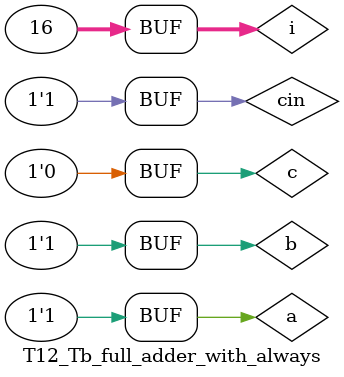
<source format=v>
module T12_full_adder_with_always (
    input a, b, cin,
    output reg sum, cout);

    always @(a or b or cin) begin
        {cout, sum} = a + b + cin;
    end    
endmodule

module T12_Tb_full_adder_with_always;

    reg a, b, c, cin;
    wire sum, cout;

    integer i;

    T12_full_adder_with_always Tb(.a(a), .b(b), .cin(cin), .sum(sum), .cout(cout));

    initial begin

        {a, b, c, cin} <= 0;

        $monitor("a :%0b b :%0b c :%0b cin :%0b sum :%0b cout :%0b", a, b, c, cin, sum, cout);
                    
        for (i = 0; i < 16; i = i + 1) begin
            {a, b, cin} = i;
            #10;
        end
    end    
endmodule
</source>
